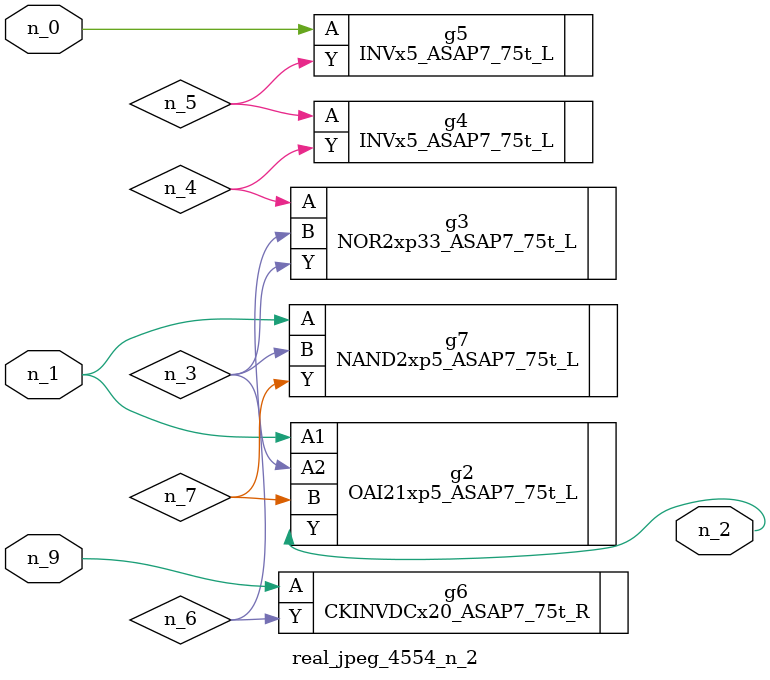
<source format=v>
module real_jpeg_4554_n_2 (n_1, n_0, n_9, n_2);

input n_1;
input n_0;
input n_9;

output n_2;

wire n_5;
wire n_4;
wire n_6;
wire n_7;
wire n_3;

INVx5_ASAP7_75t_L g5 ( 
.A(n_0),
.Y(n_5)
);

OAI21xp5_ASAP7_75t_L g2 ( 
.A1(n_1),
.A2(n_3),
.B(n_7),
.Y(n_2)
);

NAND2xp5_ASAP7_75t_L g7 ( 
.A(n_1),
.B(n_3),
.Y(n_7)
);

NOR2xp33_ASAP7_75t_L g3 ( 
.A(n_4),
.B(n_6),
.Y(n_3)
);

INVx5_ASAP7_75t_L g4 ( 
.A(n_5),
.Y(n_4)
);

CKINVDCx20_ASAP7_75t_R g6 ( 
.A(n_9),
.Y(n_6)
);


endmodule
</source>
